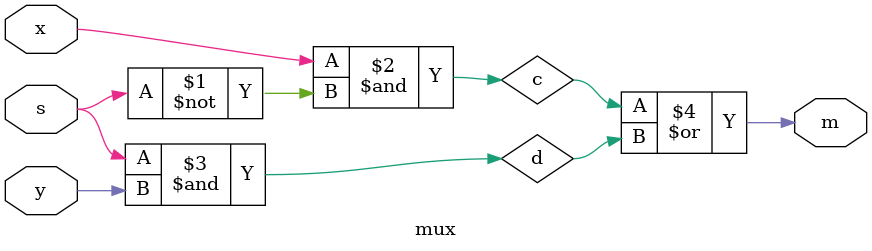
<source format=v>
`timescale 1ns / 1ps


module mux(
    input x,
    input y,
    input s,
    output m
    );
    wire c,d;
    assign c=x&~s;
    assign d=s&y;
    assign m=c|d;
    
endmodule

</source>
